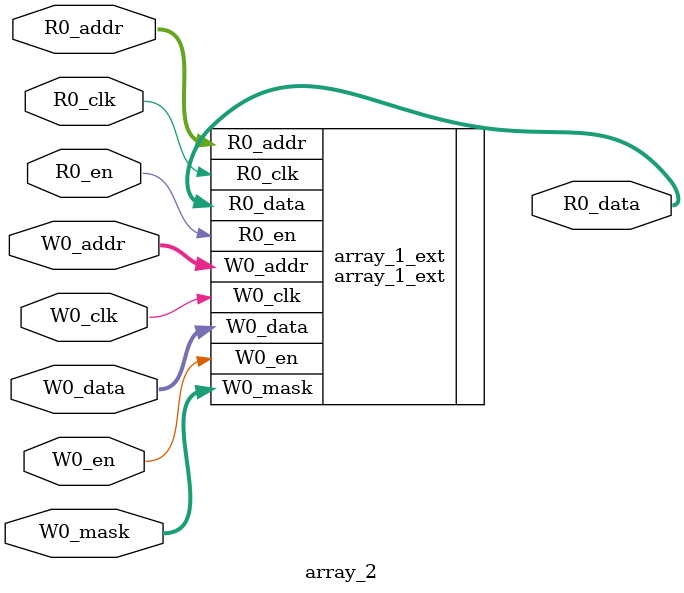
<source format=sv>
`ifndef RANDOMIZE
  `ifdef RANDOMIZE_MEM_INIT
    `define RANDOMIZE
  `endif // RANDOMIZE_MEM_INIT
`endif // not def RANDOMIZE
`ifndef RANDOMIZE
  `ifdef RANDOMIZE_REG_INIT
    `define RANDOMIZE
  `endif // RANDOMIZE_REG_INIT
`endif // not def RANDOMIZE

`ifndef RANDOM
  `define RANDOM $random
`endif // not def RANDOM

// Users can define INIT_RANDOM as general code that gets injected into the
// initializer block for modules with registers.
`ifndef INIT_RANDOM
  `define INIT_RANDOM
`endif // not def INIT_RANDOM

// If using random initialization, you can also define RANDOMIZE_DELAY to
// customize the delay used, otherwise 0.002 is used.
`ifndef RANDOMIZE_DELAY
  `define RANDOMIZE_DELAY 0.002
`endif // not def RANDOMIZE_DELAY

// Define INIT_RANDOM_PROLOG_ for use in our modules below.
`ifndef INIT_RANDOM_PROLOG_
  `ifdef RANDOMIZE
    `ifdef VERILATOR
      `define INIT_RANDOM_PROLOG_ `INIT_RANDOM
    `else  // VERILATOR
      `define INIT_RANDOM_PROLOG_ `INIT_RANDOM #`RANDOMIZE_DELAY begin end
    `endif // VERILATOR
  `else  // RANDOMIZE
    `define INIT_RANDOM_PROLOG_
  `endif // RANDOMIZE
`endif // not def INIT_RANDOM_PROLOG_

// Include register initializers in init blocks unless synthesis is set
`ifndef SYNTHESIS
  `ifndef ENABLE_INITIAL_REG_
    `define ENABLE_INITIAL_REG_
  `endif // not def ENABLE_INITIAL_REG_
`endif // not def SYNTHESIS

// Include rmemory initializers in init blocks unless synthesis is set
`ifndef SYNTHESIS
  `ifndef ENABLE_INITIAL_MEM_
    `define ENABLE_INITIAL_MEM_
  `endif // not def ENABLE_INITIAL_MEM_
`endif // not def SYNTHESIS

// Standard header to adapt well known macros for prints and assertions.

// Users can define 'PRINTF_COND' to add an extra gate to prints.
`ifndef PRINTF_COND_
  `ifdef PRINTF_COND
    `define PRINTF_COND_ (`PRINTF_COND)
  `else  // PRINTF_COND
    `define PRINTF_COND_ 1
  `endif // PRINTF_COND
`endif // not def PRINTF_COND_

// Users can define 'ASSERT_VERBOSE_COND' to add an extra gate to assert error printing.
`ifndef ASSERT_VERBOSE_COND_
  `ifdef ASSERT_VERBOSE_COND
    `define ASSERT_VERBOSE_COND_ (`ASSERT_VERBOSE_COND)
  `else  // ASSERT_VERBOSE_COND
    `define ASSERT_VERBOSE_COND_ 1
  `endif // ASSERT_VERBOSE_COND
`endif // not def ASSERT_VERBOSE_COND_

// Users can define 'STOP_COND' to add an extra gate to stop conditions.
`ifndef STOP_COND_
  `ifdef STOP_COND
    `define STOP_COND_ (`STOP_COND)
  `else  // STOP_COND
    `define STOP_COND_ 1
  `endif // STOP_COND
`endif // not def STOP_COND_

module array_2(	// ventus/src/SRAMTemplate/SRAMTemplate.scala:96:26
  input  [7:0]  R0_addr,
  input         R0_en,
                R0_clk,
  output [19:0] R0_data,
  input  [7:0]  W0_addr,
  input         W0_en,
                W0_clk,
  input  [19:0] W0_data,
  input  [1:0]  W0_mask
);

  array_1_ext array_1_ext (	// ventus/src/SRAMTemplate/SRAMTemplate.scala:96:26
    .R0_addr (R0_addr),
    .R0_en   (R0_en),
    .R0_clk  (R0_clk),
    .R0_data (R0_data),
    .W0_addr (W0_addr),
    .W0_en   (W0_en),
    .W0_clk  (W0_clk),
    .W0_data (W0_data),
    .W0_mask (W0_mask)
  );
endmodule


</source>
